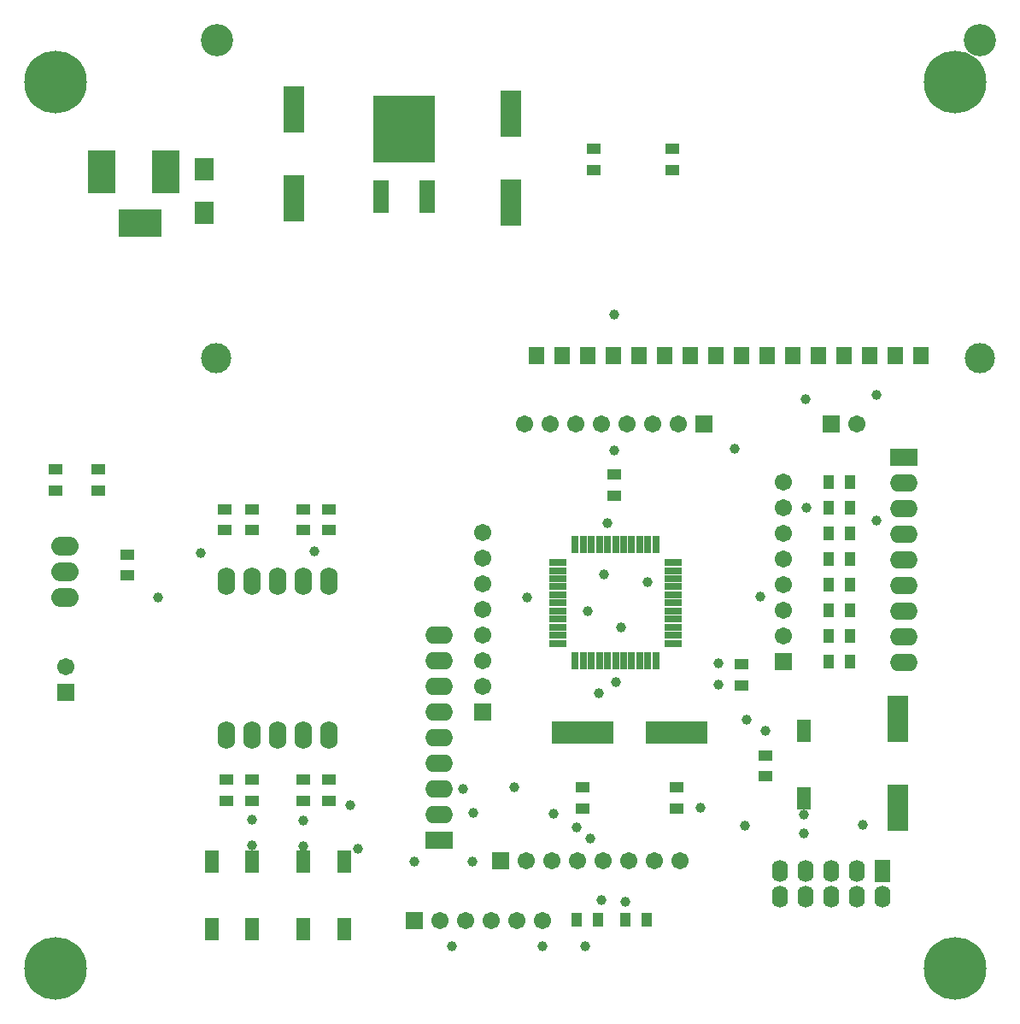
<source format=gts>
G04 Layer_Color=8388736*
%FSLAX24Y24*%
%MOIN*%
G70*
G01*
G75*
%ADD26C,0.1181*%
%ADD44R,0.0552X0.0395*%
%ADD45R,0.0297X0.0671*%
%ADD46R,0.0671X0.0297*%
%ADD47R,0.0730X0.0867*%
%ADD48R,0.0552X0.0867*%
%ADD49R,0.0808X0.1793*%
%ADD50R,0.0631X0.1261*%
%ADD51R,0.2442X0.2639*%
%ADD52R,0.2442X0.0867*%
%ADD53R,0.0395X0.0552*%
%ADD54R,0.1080X0.1680*%
%ADD55R,0.1680X0.1080*%
%ADD56C,0.1261*%
%ADD57R,0.0592X0.0710*%
%ADD58O,0.0680X0.1080*%
%ADD59C,0.0671*%
%ADD60R,0.0671X0.0671*%
%ADD61R,0.0631X0.0867*%
%ADD62O,0.0631X0.0867*%
%ADD63R,0.0671X0.0671*%
%ADD64O,0.1080X0.0680*%
%ADD65R,0.1080X0.0680*%
%ADD66C,0.0474*%
%ADD67C,0.2442*%
%ADD68O,0.1064X0.0749*%
%ADD69C,0.0395*%
D26*
X17810Y37800D02*
D03*
X47600D02*
D03*
D44*
X39234Y22310D02*
D03*
Y21490D02*
D03*
X32550Y45140D02*
D03*
Y45960D02*
D03*
X13215Y33450D02*
D03*
Y32630D02*
D03*
X22200Y21360D02*
D03*
Y20540D02*
D03*
X35600Y45140D02*
D03*
Y45960D02*
D03*
X33350Y32440D02*
D03*
Y33260D02*
D03*
X32120Y21060D02*
D03*
Y20240D02*
D03*
X35780Y21060D02*
D03*
Y20240D02*
D03*
X38300Y25040D02*
D03*
Y25860D02*
D03*
X14350Y29315D02*
D03*
Y30135D02*
D03*
X11550Y33460D02*
D03*
Y32640D02*
D03*
X21200Y31090D02*
D03*
Y31910D02*
D03*
X22200Y31090D02*
D03*
Y31910D02*
D03*
X21200Y21360D02*
D03*
Y20540D02*
D03*
X19200Y21360D02*
D03*
Y20540D02*
D03*
X18200Y21360D02*
D03*
Y20540D02*
D03*
X19200Y31090D02*
D03*
Y31910D02*
D03*
X18150Y31090D02*
D03*
Y31910D02*
D03*
D45*
X31825Y25986D02*
D03*
X32140D02*
D03*
X32455D02*
D03*
X32770D02*
D03*
X33085D02*
D03*
X33400D02*
D03*
X33715D02*
D03*
X34030D02*
D03*
X34345D02*
D03*
X34660D02*
D03*
X34975D02*
D03*
Y30514D02*
D03*
X34660D02*
D03*
X34345D02*
D03*
X34030D02*
D03*
X33715D02*
D03*
X33400D02*
D03*
X33085D02*
D03*
X32770D02*
D03*
X32455D02*
D03*
X32140D02*
D03*
X31825D02*
D03*
D46*
X35664Y26675D02*
D03*
Y26990D02*
D03*
Y27305D02*
D03*
Y27620D02*
D03*
Y27935D02*
D03*
Y28250D02*
D03*
Y28565D02*
D03*
Y28880D02*
D03*
Y29195D02*
D03*
Y29510D02*
D03*
Y29825D02*
D03*
X31136D02*
D03*
Y29510D02*
D03*
Y29195D02*
D03*
Y28880D02*
D03*
Y28565D02*
D03*
Y28250D02*
D03*
Y27935D02*
D03*
Y27620D02*
D03*
Y27305D02*
D03*
Y26990D02*
D03*
Y26675D02*
D03*
D47*
X17350Y43454D02*
D03*
Y45146D02*
D03*
D48*
X40750Y20640D02*
D03*
Y23250D02*
D03*
X17650Y15540D02*
D03*
Y18150D02*
D03*
X19226Y15540D02*
D03*
Y18150D02*
D03*
X21200Y15540D02*
D03*
Y18150D02*
D03*
X22800Y15540D02*
D03*
Y18150D02*
D03*
D49*
X29300Y47332D02*
D03*
Y43868D02*
D03*
X44400Y20268D02*
D03*
Y23732D02*
D03*
X20850Y47482D02*
D03*
Y44018D02*
D03*
D50*
X26056Y44085D02*
D03*
X24244D02*
D03*
D51*
X25150Y46715D02*
D03*
D52*
X35780Y23200D02*
D03*
X32120D02*
D03*
D53*
X34610Y15907D02*
D03*
X33790D02*
D03*
X32710D02*
D03*
X31890D02*
D03*
X42550Y25950D02*
D03*
X41730D02*
D03*
X42550Y26950D02*
D03*
X41730D02*
D03*
X42550Y27950D02*
D03*
X41730D02*
D03*
X42550Y28950D02*
D03*
X41730D02*
D03*
X42550Y29950D02*
D03*
X41730D02*
D03*
X42550Y30950D02*
D03*
X41730D02*
D03*
X42550Y31950D02*
D03*
X41730D02*
D03*
X42550Y32945D02*
D03*
X41730D02*
D03*
D54*
X15850Y45050D02*
D03*
X13350D02*
D03*
D55*
X14850Y43050D02*
D03*
D56*
X17850Y50200D02*
D03*
X47600D02*
D03*
D57*
X30300Y37900D02*
D03*
X31300D02*
D03*
X32300D02*
D03*
X33300D02*
D03*
X34300D02*
D03*
X35300D02*
D03*
X36300D02*
D03*
X37300D02*
D03*
X38300D02*
D03*
X39300D02*
D03*
X40300D02*
D03*
X41300D02*
D03*
X42300D02*
D03*
X43300D02*
D03*
X44300D02*
D03*
X45300D02*
D03*
D58*
X20200Y23100D02*
D03*
X21200D02*
D03*
X19200D02*
D03*
X18200D02*
D03*
X21200Y29100D02*
D03*
X18200D02*
D03*
X19200D02*
D03*
X20200D02*
D03*
X22200D02*
D03*
Y23100D02*
D03*
D59*
X30550Y15850D02*
D03*
X29550D02*
D03*
X28550D02*
D03*
X27550D02*
D03*
X26550D02*
D03*
X39950Y26950D02*
D03*
Y27950D02*
D03*
Y28950D02*
D03*
Y29950D02*
D03*
Y30950D02*
D03*
Y31950D02*
D03*
Y32950D02*
D03*
X11950Y25775D02*
D03*
X35850Y35240D02*
D03*
X34850D02*
D03*
X33850D02*
D03*
X32850D02*
D03*
X31850D02*
D03*
X30850D02*
D03*
X29850D02*
D03*
X28200Y25000D02*
D03*
Y26000D02*
D03*
Y27000D02*
D03*
Y28000D02*
D03*
Y29000D02*
D03*
Y30000D02*
D03*
Y31000D02*
D03*
X29900Y18200D02*
D03*
X30900D02*
D03*
X31900D02*
D03*
X32900D02*
D03*
X33900D02*
D03*
X34900D02*
D03*
X35900D02*
D03*
X42800Y35240D02*
D03*
D60*
X25550Y15850D02*
D03*
X36850Y35240D02*
D03*
X28900Y18200D02*
D03*
X41800Y35240D02*
D03*
D61*
X43800Y17800D02*
D03*
D62*
Y16800D02*
D03*
X42800Y17800D02*
D03*
Y16800D02*
D03*
X40800D02*
D03*
Y17800D02*
D03*
X41800Y16800D02*
D03*
Y17800D02*
D03*
X39800D02*
D03*
Y16800D02*
D03*
D63*
X39950Y25950D02*
D03*
X11950Y24775D02*
D03*
X28200Y24000D02*
D03*
D64*
X44650Y25940D02*
D03*
Y27940D02*
D03*
Y29940D02*
D03*
Y32940D02*
D03*
Y31940D02*
D03*
Y30940D02*
D03*
Y28940D02*
D03*
Y26940D02*
D03*
X26500Y27000D02*
D03*
Y25000D02*
D03*
Y23000D02*
D03*
Y20000D02*
D03*
Y21000D02*
D03*
Y22000D02*
D03*
Y24000D02*
D03*
Y26000D02*
D03*
D65*
X44650Y33940D02*
D03*
X26500Y19000D02*
D03*
D66*
X47330Y14690D02*
D03*
X45960Y14680D02*
D03*
X47320Y13320D02*
D03*
X46650Y13050D02*
D03*
Y14950D02*
D03*
X47600Y14000D02*
D03*
X45700D02*
D03*
X45970Y13320D02*
D03*
X47330Y49240D02*
D03*
X45960Y49230D02*
D03*
X47320Y47870D02*
D03*
X46650Y47600D02*
D03*
Y49500D02*
D03*
X47600Y48550D02*
D03*
X45700D02*
D03*
X45970Y47870D02*
D03*
X12230Y49240D02*
D03*
X10860Y49230D02*
D03*
X12220Y47870D02*
D03*
X11550Y47600D02*
D03*
Y49500D02*
D03*
X12500Y48550D02*
D03*
X10600D02*
D03*
X10870Y47870D02*
D03*
X12230Y14690D02*
D03*
X10860Y14680D02*
D03*
X12220Y13320D02*
D03*
X11550Y13050D02*
D03*
Y14950D02*
D03*
X12500Y14000D02*
D03*
X10600D02*
D03*
X10870Y13320D02*
D03*
D67*
X46650Y14000D02*
D03*
Y48550D02*
D03*
X11550D02*
D03*
Y14000D02*
D03*
D68*
X11900Y30465D02*
D03*
Y29465D02*
D03*
Y28465D02*
D03*
D69*
X40750Y20000D02*
D03*
X38050Y34250D02*
D03*
X39050Y28488D02*
D03*
X21200Y19750D02*
D03*
X23050Y20350D02*
D03*
X21200Y18750D02*
D03*
X43050Y19600D02*
D03*
X38450Y19550D02*
D03*
X31890Y19500D02*
D03*
X32400Y19050D02*
D03*
X33400Y25150D02*
D03*
X37420Y25050D02*
D03*
X33790Y16600D02*
D03*
X32200Y14850D02*
D03*
X17200Y30192D02*
D03*
X21650Y30250D02*
D03*
X15550Y28465D02*
D03*
X38500Y23700D02*
D03*
X37420Y25900D02*
D03*
X33085Y31350D02*
D03*
X39250Y23250D02*
D03*
X32760Y24744D02*
D03*
X36723Y20250D02*
D03*
X40750Y19250D02*
D03*
X43571Y36350D02*
D03*
X40800Y36200D02*
D03*
X43571Y31450D02*
D03*
X40850Y31950D02*
D03*
X32850Y16650D02*
D03*
X33350Y39500D02*
D03*
X32950Y29350D02*
D03*
X34650Y29050D02*
D03*
X33600Y27305D02*
D03*
X32300Y27935D02*
D03*
X33350Y34200D02*
D03*
X29950Y28465D02*
D03*
X27800Y18150D02*
D03*
X25550D02*
D03*
X29450Y21050D02*
D03*
X27850Y20050D02*
D03*
X30980Y20020D02*
D03*
X27445Y21000D02*
D03*
X23360Y18650D02*
D03*
X19226Y18800D02*
D03*
X19200Y19800D02*
D03*
X30550Y14850D02*
D03*
X27000D02*
D03*
M02*

</source>
